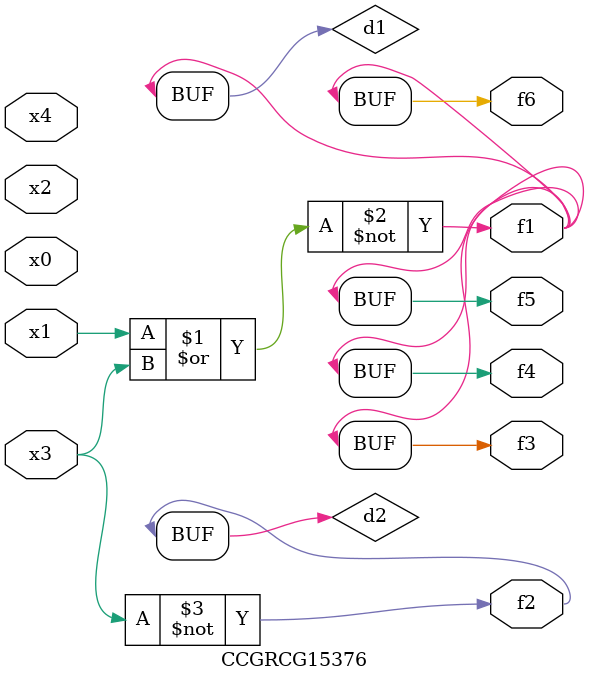
<source format=v>
module CCGRCG15376(
	input x0, x1, x2, x3, x4,
	output f1, f2, f3, f4, f5, f6
);

	wire d1, d2;

	nor (d1, x1, x3);
	not (d2, x3);
	assign f1 = d1;
	assign f2 = d2;
	assign f3 = d1;
	assign f4 = d1;
	assign f5 = d1;
	assign f6 = d1;
endmodule

</source>
